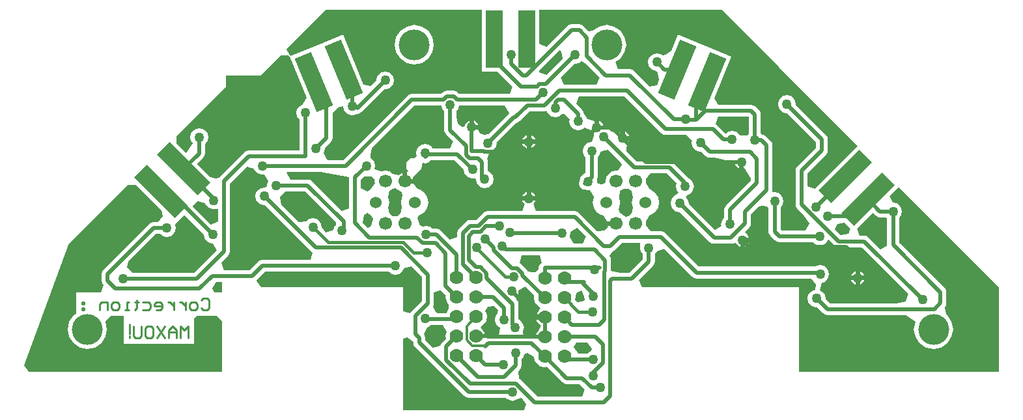
<source format=gbl>
%FSLAX24Y24*%
%MOIN*%
G70*
G01*
G75*
G04 Layer_Physical_Order=2*
G04 Layer_Color=16711680*
%ADD10R,0.0400X0.0500*%
G04:AMPARAMS|DCode=11|XSize=90.6mil|YSize=295.3mil|CornerRadius=0mil|HoleSize=0mil|Usage=FLASHONLY|Rotation=337.500|XOffset=0mil|YOffset=0mil|HoleType=Round|Shape=Rectangle|*
%AMROTATEDRECTD11*
4,1,4,-0.0983,-0.1191,0.0147,0.1537,0.0983,0.1191,-0.0147,-0.1537,-0.0983,-0.1191,0.0*
%
%ADD11ROTATEDRECTD11*%

%ADD12R,0.0354X0.0315*%
%ADD13R,0.0315X0.0354*%
%ADD14R,0.0500X0.0400*%
%ADD15R,0.0906X0.2953*%
G04:AMPARAMS|DCode=16|XSize=90.6mil|YSize=295.3mil|CornerRadius=0mil|HoleSize=0mil|Usage=FLASHONLY|Rotation=22.500|XOffset=0mil|YOffset=0mil|HoleType=Round|Shape=Rectangle|*
%AMROTATEDRECTD16*
4,1,4,0.0147,-0.1537,-0.0983,0.1191,-0.0147,0.1537,0.0983,-0.1191,0.0147,-0.1537,0.0*
%
%ADD16ROTATEDRECTD16*%

%ADD17R,0.0591X0.0354*%
G04:AMPARAMS|DCode=18|XSize=90.6mil|YSize=295.3mil|CornerRadius=0mil|HoleSize=0mil|Usage=FLASHONLY|Rotation=315.000|XOffset=0mil|YOffset=0mil|HoleType=Round|Shape=Rectangle|*
%AMROTATEDRECTD18*
4,1,4,-0.1364,-0.0724,0.0724,0.1364,0.1364,0.0724,-0.0724,-0.1364,-0.1364,-0.0724,0.0*
%
%ADD18ROTATEDRECTD18*%

G04:AMPARAMS|DCode=19|XSize=90.6mil|YSize=295.3mil|CornerRadius=0mil|HoleSize=0mil|Usage=FLASHONLY|Rotation=45.000|XOffset=0mil|YOffset=0mil|HoleType=Round|Shape=Rectangle|*
%AMROTATEDRECTD19*
4,1,4,0.0724,-0.1364,-0.1364,0.0724,-0.0724,0.1364,0.1364,-0.0724,0.0724,-0.1364,0.0*
%
%ADD19ROTATEDRECTD19*%

%ADD20R,0.0800X0.0800*%
%ADD21C,0.0197*%
%ADD22C,0.0157*%
%ADD23C,0.0315*%
%ADD24C,0.0100*%
%ADD25C,0.1575*%
%ADD26C,0.0700*%
%ADD27C,0.0600*%
%ADD28C,0.0669*%
%ADD29C,0.0500*%
%ADD30C,0.0120*%
G36*
X18702Y15647D02*
X18801Y15581D01*
X18917Y15558D01*
X19249D01*
X19262Y15538D01*
X19282Y15524D01*
Y14154D01*
X19282Y14154D01*
X19282D01*
X19290Y14114D01*
X18943Y13928D01*
X18316Y14555D01*
X18218Y14621D01*
X18101Y14644D01*
X17881D01*
X17730Y15008D01*
X18536Y15813D01*
X18702Y15647D01*
D02*
G37*
G36*
X3855Y14593D02*
X3705Y14229D01*
X3220D01*
X3034Y14577D01*
X3050Y14600D01*
X3085Y14776D01*
X3071Y14845D01*
X3418Y15030D01*
X3855Y14593D01*
D02*
G37*
G36*
X1602Y13244D02*
X1541Y13203D01*
X1475Y13105D01*
X1452Y12988D01*
Y12911D01*
X1359Y12849D01*
X1304Y12766D01*
X1122Y12748D01*
X886Y12795D01*
X879Y12829D01*
X813Y12928D01*
X562Y13179D01*
X464Y13244D01*
X579Y13621D01*
X1488D01*
X1602Y13244D01*
D02*
G37*
G36*
X-4529Y12520D02*
Y11291D01*
X-5089Y10731D01*
X-5135Y10662D01*
X-5512Y10776D01*
Y12008D01*
X-12777D01*
X-12950Y12267D01*
X-12993Y12372D01*
X-12579Y12786D01*
X-6220D01*
X-6206Y12766D01*
X-6057Y12667D01*
X-5882Y12632D01*
X-5706Y12667D01*
X-5557Y12766D01*
X-5458Y12915D01*
X-5451Y12951D01*
X-5074Y13065D01*
X-4529Y12520D01*
D02*
G37*
G36*
X6621Y14255D02*
X6624Y14008D01*
X6624Y14008D01*
X6624D01*
D01*
D01*
D01*
X6659Y13832D01*
X6758Y13683D01*
X6778Y13670D01*
Y13433D01*
X6083Y12737D01*
X5613D01*
X5152Y12829D01*
Y13373D01*
X5129Y13489D01*
X5063Y13588D01*
X5213Y13812D01*
X5213D01*
X5213Y13812D01*
X5312Y13878D01*
X5688Y14255D01*
X6621D01*
Y14255D01*
D02*
G37*
G36*
X17401Y15008D02*
X17292Y14744D01*
X16905Y14667D01*
X16611Y14962D01*
X16720Y15226D01*
X17106Y15303D01*
X17401Y15008D01*
D02*
G37*
G36*
X-15690Y14705D02*
X-15695Y14681D01*
X-15660Y14506D01*
X-15561Y14357D01*
X-15412Y14257D01*
X-15236Y14222D01*
X-15236Y14222D01*
X-15236Y14222D01*
X-15217Y14226D01*
X-15032Y13879D01*
X-16181Y12729D01*
X-19369D01*
X-19618Y13034D01*
X-19564Y13309D01*
X-18150Y14723D01*
X-17921D01*
X-17907Y14703D01*
X-17758Y14604D01*
X-17583Y14569D01*
X-17407Y14604D01*
X-17258Y14703D01*
X-17159Y14852D01*
X-17124Y15028D01*
X-17159Y15203D01*
X-17178Y15232D01*
X-17172Y15237D01*
X-17172Y15237D01*
X-17172Y15237D01*
X-16697Y15712D01*
X-15690Y14705D01*
D02*
G37*
G36*
X-8277Y17614D02*
Y16032D01*
X-8640Y15882D01*
X-10179Y17420D01*
X-10277Y17486D01*
X-10394Y17509D01*
X-11279D01*
X-11465Y17856D01*
X-11433Y17904D01*
X-9736D01*
X-8277Y17614D01*
D02*
G37*
G36*
X-15629Y16288D02*
X-15625Y16265D01*
X-15525Y16117D01*
X-15376Y16017D01*
X-15201Y15982D01*
D01*
D01*
D01*
X-15201Y15982D01*
X-15201Y15982D01*
X-14970Y15987D01*
Y15359D01*
X-15333Y15209D01*
X-16267Y16142D01*
X-16249Y16160D01*
X-16249Y16160D01*
X-16249D01*
X-16006Y16403D01*
X-15629Y16288D01*
D02*
G37*
G36*
X-8936Y15316D02*
X-8946Y15206D01*
X-9046Y15057D01*
X-9072Y14926D01*
X-9449Y14811D01*
X-9647Y15067D01*
X-9682Y15243D01*
X-9782Y15391D01*
X-9931Y15491D01*
X-10106Y15526D01*
X-10282Y15491D01*
X-10431Y15391D01*
X-10449Y15365D01*
X-10840Y15326D01*
X-11717Y16203D01*
X-11796Y16596D01*
X-11546Y16900D01*
X-10520D01*
X-8936Y15316D01*
D02*
G37*
G36*
X-7176Y15687D02*
X-7150Y15681D01*
X-7032Y15505D01*
X-7128Y15124D01*
X-7291Y15036D01*
X-7555Y15300D01*
X-7497Y15690D01*
X-7321Y15784D01*
X-7176Y15687D01*
D02*
G37*
G36*
X25000Y12008D02*
Y7677D01*
X14764D01*
Y12008D01*
X6728D01*
X6578Y12372D01*
X7298Y13092D01*
X7364Y13191D01*
X7387Y13307D01*
X7387Y13307D01*
X7387Y13307D01*
Y13307D01*
Y13670D01*
X7407Y13683D01*
X7507Y13832D01*
X7507Y13835D01*
X7884Y13950D01*
X9305Y12529D01*
X9305D01*
X9305Y12529D01*
X9305Y12529D01*
Y12529D01*
X9403Y12463D01*
X9520Y12440D01*
X15403D01*
X15652Y12135D01*
X15598Y11862D01*
X15494Y11841D01*
X15345Y11742D01*
X15245Y11593D01*
X15210Y11417D01*
X15245Y11242D01*
X15345Y11093D01*
X15494Y10993D01*
X15669Y10959D01*
X15693Y10963D01*
X16005Y10651D01*
X16104Y10585D01*
X16220Y10562D01*
X20223D01*
X20723Y10228D01*
X20647Y9843D01*
X20723Y9457D01*
X20942Y9131D01*
X21268Y8912D01*
X21654Y8836D01*
X22039Y8912D01*
X22365Y9131D01*
X22584Y9457D01*
X22660Y9843D01*
X22584Y10228D01*
X22365Y10554D01*
X22308Y10593D01*
X22232Y10979D01*
X22289Y11065D01*
X22312Y11181D01*
Y11732D01*
D01*
Y11732D01*
X22312D01*
D01*
Y11732D01*
X22312D01*
Y11732D01*
D01*
D01*
D01*
D01*
D01*
X22312Y11732D01*
X22289Y11849D01*
X22267Y11882D01*
X22267Y11882D01*
X22223Y11947D01*
X22223Y11947D01*
X19891Y14280D01*
Y15524D01*
X19911Y15538D01*
X20011Y15687D01*
X20045Y15862D01*
X20011Y16038D01*
X19911Y16187D01*
X19762Y16286D01*
X19587Y16321D01*
X19574Y16318D01*
X19388Y16666D01*
X19865Y17143D01*
X25000Y12008D01*
D02*
G37*
G36*
X4171Y8832D02*
X4138Y8724D01*
X4076Y8711D01*
X3928Y8612D01*
X3914Y8592D01*
X3455D01*
X3253Y8929D01*
X3370Y9148D01*
X3937D01*
X4171Y8832D01*
D02*
G37*
G36*
X-3274Y9703D02*
X-3317Y9488D01*
X-3295Y9379D01*
X-3499Y9175D01*
X-3565Y9076D01*
X-3582Y8995D01*
X-3958Y8881D01*
X-4365Y9288D01*
Y9406D01*
X-4388Y9522D01*
X-4429Y9582D01*
X-4278Y9946D01*
X-4198Y9962D01*
X-4067Y10050D01*
X-3460D01*
X-3274Y9703D01*
D02*
G37*
G36*
X-17851Y15916D02*
X-17795Y15636D01*
X-18045Y15332D01*
X-18276D01*
X-18392Y15309D01*
X-18491Y15243D01*
X-20845Y12888D01*
X-20911Y12790D01*
X-20934Y12673D01*
Y12327D01*
X-20934Y12327D01*
X-20934D01*
X-20911Y12210D01*
X-20845Y12112D01*
X-20824Y12090D01*
X-20974Y11727D01*
X-22231D01*
Y10644D01*
X-22365Y10554D01*
X-22584Y10228D01*
X-22660Y9843D01*
X-22584Y9457D01*
X-22365Y9131D01*
X-22039Y8912D01*
X-21654Y8836D01*
X-21268Y8912D01*
X-20942Y9131D01*
X-20723Y9457D01*
X-20647Y9843D01*
X-20722Y10222D01*
X-20473Y10527D01*
X-19795D01*
Y10527D01*
Y10409D01*
X-19795Y10248D01*
X-19795Y10248D01*
X-19795Y10248D01*
Y9109D01*
X-16196D01*
Y10248D01*
X-16196Y10248D01*
X-16196Y10248D01*
X-16196Y10409D01*
X-16079Y10527D01*
X-15133D01*
Y10527D01*
X-15042D01*
X-14764Y10248D01*
Y7677D01*
X-24657D01*
X-24883Y8000D01*
X-22638Y14173D01*
Y14173D01*
X-21260Y15551D01*
X-19570Y17241D01*
X-19176D01*
X-17851Y15916D01*
D02*
G37*
G36*
X-4974Y9182D02*
Y9162D01*
X-4950Y9045D01*
X-4884Y8947D01*
X-2360Y6423D01*
X-2262Y6357D01*
X-2145Y6334D01*
X-236D01*
X-222Y6313D01*
X-73Y6214D01*
X102Y6179D01*
X278Y6214D01*
X427Y6313D01*
X584Y6329D01*
X819Y6013D01*
X693Y5709D01*
X-5512D01*
Y9349D01*
X-5290Y9417D01*
X-4974Y9182D01*
D02*
G37*
G36*
X1202Y8420D02*
X1238Y8238D01*
X1359Y8056D01*
X1541Y7935D01*
X1756Y7892D01*
X1865Y7914D01*
X2658Y7121D01*
X2756Y7055D01*
X2873Y7032D01*
X3548D01*
X3809Y6770D01*
X3659Y6407D01*
X1370D01*
X495Y7281D01*
X449Y7312D01*
X410Y7704D01*
X475Y7769D01*
X541Y7868D01*
X564Y7984D01*
Y8276D01*
X584Y8290D01*
X684Y8439D01*
X711Y8576D01*
X864Y8623D01*
X1202Y8420D01*
D02*
G37*
G36*
X1217Y11562D02*
X1195Y11453D01*
X1238Y11238D01*
X1359Y11056D01*
X1541Y10935D01*
X1541Y10935D01*
X1431Y10777D01*
X1431Y10777D01*
X1431D01*
X1332Y10628D01*
X1321Y10573D01*
X1756D01*
Y10333D01*
X1321D01*
X1332Y10277D01*
X1431Y10128D01*
X1580Y10029D01*
X1580Y10029D01*
X1431Y9777D01*
X1431Y9777D01*
X1431D01*
X1332Y9628D01*
X1331Y9625D01*
X1191Y9415D01*
X1075Y9438D01*
X669D01*
X652Y9761D01*
X652D01*
X652Y9761D01*
Y9761D01*
Y9761D01*
X652Y9761D01*
X687Y9937D01*
X652Y10113D01*
X553Y10261D01*
X418Y10351D01*
Y11130D01*
X395Y11247D01*
X329Y11345D01*
X296Y11379D01*
X311Y11539D01*
X389Y11655D01*
X416Y11791D01*
X406Y11839D01*
X754Y12025D01*
X1217Y11562D01*
D02*
G37*
G36*
X3625Y11835D02*
X3781Y11543D01*
D01*
X3816Y11368D01*
X3819Y11364D01*
X3775Y11282D01*
X3447Y11234D01*
X3307Y11317D01*
X3363Y11695D01*
X3625Y11835D01*
Y11835D01*
D02*
G37*
G36*
X-14764Y12008D02*
X-14764D01*
X-14764Y11727D01*
X-15133D01*
Y11727D01*
X-15179D01*
X-15267Y11939D01*
X-15048Y12267D01*
X-14764D01*
Y12008D01*
D02*
G37*
G36*
X8508Y17329D02*
X8505Y17325D01*
X8470Y17150D01*
X8505Y16974D01*
X8605Y16825D01*
X8605Y16825D01*
X8486Y16723D01*
X8486D01*
X8486Y16723D01*
X8337Y16624D01*
X8238Y16475D01*
X8203Y16299D01*
X8238Y16124D01*
X8337Y15975D01*
X8486Y15875D01*
X8661Y15840D01*
X8685Y15845D01*
X10218Y14312D01*
X10317Y14246D01*
X10433Y14223D01*
X11260D01*
X11376Y14246D01*
X11376Y14246D01*
X11376Y14246D01*
X11552Y14261D01*
Y14261D01*
X11552Y14261D01*
X11630Y14145D01*
X11745Y14068D01*
X11762Y14065D01*
Y14398D01*
X11882D01*
Y14518D01*
X12215D01*
X12212Y14534D01*
X12134Y14650D01*
X12134D01*
D01*
Y14650D01*
D01*
X12134D01*
X11989Y14826D01*
X12223Y15060D01*
X12289Y15159D01*
X12312Y15276D01*
X12312Y15276D01*
X12312Y15276D01*
Y15276D01*
Y15740D01*
X12709Y16137D01*
X12868Y16169D01*
X13144Y16142D01*
X13195Y16065D01*
X13215Y16052D01*
Y14839D01*
X13215Y14839D01*
X13215D01*
X13239Y14722D01*
X13305Y14623D01*
X13541Y14387D01*
X13639Y14321D01*
X13756Y14298D01*
X15505D01*
X15518Y14278D01*
X15667Y14178D01*
X15843Y14144D01*
X16018Y14178D01*
X16167Y14278D01*
D01*
X16167Y14278D01*
X16167Y14278D01*
X16167Y14278D01*
X16167Y14278D01*
X16167D01*
X16167Y14278D01*
X16281Y14431D01*
X16587Y14125D01*
X16686Y14059D01*
X16802Y14036D01*
X17975D01*
X20360Y11650D01*
X20246Y11274D01*
X19727Y11170D01*
X16346D01*
X16123Y11394D01*
X16128Y11417D01*
X16093Y11593D01*
X15994Y11742D01*
X15849Y11839D01*
X15926Y12225D01*
X16030Y12245D01*
X16179Y12345D01*
X16278Y12494D01*
X16313Y12669D01*
X16278Y12845D01*
X16179Y12994D01*
X16030Y13093D01*
X15854Y13128D01*
X15679Y13093D01*
X15612Y13048D01*
X9646D01*
X7920Y14774D01*
X7821Y14840D01*
X7705Y14863D01*
X7184D01*
X7181Y14866D01*
X6933Y15168D01*
X6951Y15256D01*
X6931Y15354D01*
X7150Y15681D01*
X7176Y15687D01*
X7405Y15840D01*
X7557Y16069D01*
X7611Y16339D01*
X7557Y16609D01*
X7405Y16838D01*
X7176Y16991D01*
X7150Y16996D01*
X6931Y17323D01*
X6951Y17421D01*
X6929Y17528D01*
X7139Y17784D01*
X7212Y17832D01*
X8005D01*
X8508Y17329D01*
D02*
G37*
G36*
X-639Y10815D02*
X-639Y10815D01*
D01*
X-659Y10659D01*
X-759Y10510D01*
X-793Y10335D01*
X-759Y10159D01*
X-659Y10010D01*
X-525Y9920D01*
X-605Y9535D01*
X-1142Y9438D01*
X-1297Y9488D01*
X-1297Y9488D01*
X-1332Y9664D01*
X-1366Y9714D01*
X-1366Y9714D01*
X-1431Y9813D01*
X-1431Y9813D01*
X-1431D01*
X-1541Y9970D01*
Y9970D01*
X-1359Y10092D01*
X-1238Y10274D01*
X-1195Y10488D01*
X-1238Y10703D01*
X-1281Y10768D01*
X-1175Y10991D01*
X-861Y11037D01*
X-639Y10815D01*
D02*
G37*
G36*
X-3301Y11567D02*
X-3317Y11488D01*
X-3274Y11274D01*
X-3152Y11092D01*
Y10885D01*
X-3274Y10703D01*
X-3283Y10659D01*
X-3718D01*
X-3866Y10807D01*
X-3972Y11006D01*
X-3943Y11049D01*
X-3920Y11165D01*
X-3920Y11165D01*
X-3920Y11165D01*
Y11165D01*
Y11732D01*
X-3593Y11831D01*
X-3301Y11567D01*
D02*
G37*
G36*
X-1480Y23028D02*
X-655D01*
X118Y22255D01*
X-32Y21891D01*
X-2618D01*
X-2690Y21962D01*
X-2789Y22028D01*
X-2905Y22052D01*
X-3260D01*
X-3377Y22028D01*
X-3475Y21962D01*
X-3547Y21891D01*
X-5047D01*
X-5164Y21868D01*
X-5262Y21802D01*
X-8551Y18513D01*
X-9323D01*
X-9396Y18527D01*
X-9573Y18860D01*
X-9529Y18927D01*
X-9494Y19102D01*
X-9499Y19126D01*
X-9202Y19423D01*
X-9136Y19521D01*
X-9113Y19638D01*
X-9113Y19638D01*
X-9113Y19638D01*
Y19638D01*
Y20587D01*
Y20913D01*
X-8818Y21207D01*
D01*
X-8561Y21256D01*
X-8526Y21080D01*
X-8427Y20931D01*
X-8278Y20832D01*
X-8102Y20797D01*
X-7927Y20832D01*
X-7867Y20872D01*
X-7831Y20865D01*
X-7714Y20888D01*
X-7616Y20954D01*
X-6437Y22133D01*
X-6413Y22128D01*
X-6238Y22163D01*
X-6089Y22262D01*
X-5989Y22411D01*
X-5955Y22587D01*
X-5989Y22762D01*
X-6089Y22911D01*
X-6238Y23010D01*
X-6413Y23045D01*
X-6589Y23010D01*
X-6738Y22911D01*
X-6837Y22762D01*
X-6872Y22587D01*
X-6872Y22585D01*
X-7150Y22307D01*
X-7514Y22379D01*
X-8574Y24938D01*
X-9780Y24438D01*
X-9780D01*
X-9780Y24438D01*
X-10102Y24305D01*
X-10102Y24305D01*
X-11258Y23826D01*
X-11477Y24153D01*
X-9449Y26181D01*
X-1480D01*
Y23028D01*
D02*
G37*
G36*
X13780Y23228D02*
X17773Y19235D01*
X15566Y17028D01*
X15202Y17179D01*
Y17831D01*
X16164Y18793D01*
X16164Y18793D01*
X16164Y18793D01*
X16230Y18891D01*
X16253Y19008D01*
Y19563D01*
X16230Y19679D01*
X16164Y19778D01*
X14604Y21338D01*
X14608Y21362D01*
X14574Y21538D01*
X14474Y21687D01*
X14325Y21786D01*
X14150Y21821D01*
X13974Y21786D01*
X13825Y21687D01*
X13726Y21538D01*
X13691Y21362D01*
X13726Y21187D01*
X13825Y21038D01*
X13974Y20938D01*
X14150Y20903D01*
X14173Y20908D01*
X15645Y19437D01*
Y19134D01*
X14682Y18172D01*
X14617Y18073D01*
X14593Y17957D01*
X14593Y17957D01*
X14593D01*
X14593Y17957D01*
X14593D01*
Y16245D01*
X14617Y16128D01*
X14682Y16029D01*
X14981Y15731D01*
X15300Y15254D01*
X15114Y14907D01*
X13882D01*
X13824Y14965D01*
Y16052D01*
X13844Y16065D01*
X13944Y16214D01*
X13979Y16390D01*
X13944Y16565D01*
X13844Y16714D01*
X13695Y16814D01*
X13520Y16849D01*
X13520Y16849D01*
X13520Y16849D01*
X13391Y16852D01*
D01*
X13415Y16968D01*
Y19252D01*
X13391Y19368D01*
X13325Y19467D01*
X13046Y19747D01*
X12947Y19813D01*
X12853Y19831D01*
X12836Y19856D01*
X12816Y19869D01*
Y20839D01*
D01*
Y20839D01*
X12816D01*
D01*
Y20839D01*
X12816D01*
Y20839D01*
D01*
D01*
D01*
D01*
D01*
X12816Y20839D01*
X12793Y20955D01*
X12771Y20988D01*
X12771Y20988D01*
X12727Y21054D01*
X12727Y21054D01*
X12534Y21247D01*
D01*
X12534Y21247D01*
Y21247D01*
X12534Y21247D01*
X12534Y21247D01*
D01*
X12435Y21313D01*
X12319Y21336D01*
X10639D01*
X10420Y21663D01*
X11308Y23805D01*
X10102Y24305D01*
D01*
X9780Y24438D01*
Y24438D01*
X9780Y24438D01*
X8574Y24938D01*
X8229Y24105D01*
X7921Y23899D01*
X7799Y23862D01*
X7683Y23940D01*
X7508Y23975D01*
X7332Y23940D01*
X7183Y23840D01*
X7084Y23691D01*
X7049Y23516D01*
X7084Y23340D01*
X7183Y23191D01*
X7332Y23092D01*
X7469Y23065D01*
X7529Y22952D01*
X7601Y22589D01*
X7500Y22346D01*
X7114Y22269D01*
X6321Y23062D01*
X6223Y23128D01*
X6106Y23151D01*
X5493D01*
X5379Y23527D01*
X5633Y23698D01*
X5851Y24024D01*
X5928Y24409D01*
X5851Y24795D01*
X5633Y25121D01*
X5307Y25340D01*
X4921Y25416D01*
X4536Y25340D01*
X4209Y25121D01*
D01*
D01*
D01*
X4209Y25121D01*
Y25121D01*
X4006Y25106D01*
X3735Y25377D01*
X3636Y25443D01*
X3520Y25466D01*
X3122D01*
X3006Y25443D01*
X2907Y25377D01*
X1843Y24313D01*
X1480Y24464D01*
Y26181D01*
X10827D01*
X13780Y23228D01*
D02*
G37*
G36*
X5602Y18432D02*
X5705Y18278D01*
X5487Y17950D01*
X5406Y17966D01*
X5197Y17925D01*
X5020Y17807D01*
X4902Y17630D01*
X4860Y17421D01*
X4874Y17352D01*
X4704Y17261D01*
X4625Y17254D01*
X4425Y17337D01*
X4439Y17409D01*
X4422Y17496D01*
X4439Y17521D01*
X4462Y17638D01*
Y18619D01*
X4482Y18632D01*
X4581Y18781D01*
X4611Y18932D01*
X4840Y19001D01*
X5001Y19033D01*
X5602Y18432D01*
D02*
G37*
G36*
X7734Y19875D02*
X7832Y19809D01*
X7949Y19786D01*
X8988D01*
X9115Y19701D01*
X9295Y19482D01*
X9277Y19394D01*
X9312Y19218D01*
X9412Y19069D01*
X9561Y18970D01*
X9736Y18935D01*
X9760Y18940D01*
X9990Y18710D01*
X10088Y18644D01*
X10205Y18621D01*
X10423D01*
X11466Y18413D01*
X11493Y18277D01*
X11571Y18161D01*
X11686Y18084D01*
X11703Y18080D01*
Y18413D01*
X11943D01*
Y18080D01*
X11959Y18084D01*
X12306Y17565D01*
Y17453D01*
X11029Y16176D01*
X10963Y16077D01*
X10940Y15961D01*
Y15574D01*
X10920Y15561D01*
X10820Y15412D01*
X10785Y15236D01*
X10810Y15114D01*
X10462Y14929D01*
X9115Y16275D01*
X9120Y16299D01*
X9085Y16475D01*
X8986Y16624D01*
X9105Y16726D01*
X9105D01*
X9105Y16726D01*
X9254Y16825D01*
X9353Y16974D01*
X9388Y17150D01*
X9353Y17325D01*
X9254Y17474D01*
X9141Y17550D01*
X9125Y17573D01*
X8346Y18352D01*
X8248Y18418D01*
X8131Y18441D01*
X6454D01*
X5940Y18955D01*
X5933Y18991D01*
X5969Y19356D01*
X5989Y19370D01*
X6066Y19485D01*
X6069Y19502D01*
X5736D01*
Y19622D01*
X5616D01*
Y19955D01*
X5600Y19952D01*
X5513Y19894D01*
X5127Y19971D01*
X5096Y20017D01*
X4947Y20117D01*
X4772Y20152D01*
X4774Y20177D01*
D01*
X4774Y20177D01*
X4774D01*
X4747Y20314D01*
X4670Y20429D01*
X4554Y20507D01*
X4537Y20510D01*
Y20177D01*
X4297D01*
Y20510D01*
X4281Y20507D01*
X4263Y20495D01*
X3899Y20646D01*
X3892Y20680D01*
X3793Y20828D01*
X3773Y20842D01*
Y20862D01*
X3750Y20979D01*
X3684Y21077D01*
X3362Y21399D01*
X3513Y21763D01*
X5846D01*
X7734Y19875D01*
D02*
G37*
G36*
X-3507Y21143D02*
X-3407Y20994D01*
X-3387Y20981D01*
Y20043D01*
X-3387Y20043D01*
X-3387D01*
X-3364Y19927D01*
X-3298Y19828D01*
X-2937Y19467D01*
X-3088Y19103D01*
X-3986D01*
X-4042Y19187D01*
X-4191Y19286D01*
X-4366Y19321D01*
X-4542Y19286D01*
X-4691Y19187D01*
X-4790Y19038D01*
X-4825Y18862D01*
X-4790Y18687D01*
X-4790Y18687D01*
X-4941Y18613D01*
X-4941Y18613D01*
Y18613D01*
X-5096Y18582D01*
X-5227Y18495D01*
X-5315Y18364D01*
X-5346Y18209D01*
X-5315Y18054D01*
X-5315Y18054D01*
X-5227Y17923D01*
X-5286Y17904D01*
Y17541D01*
X-4986D01*
X-4996Y17591D01*
Y17591D01*
X-4996D01*
X-4786Y17835D01*
X-4786D01*
X-4786Y17835D01*
X-4655Y17923D01*
X-4567Y18054D01*
X-4536Y18209D01*
X-4536Y18209D01*
X-4536Y18209D01*
X-4484Y18365D01*
X-4466Y18365D01*
X-4366Y18345D01*
X-4250Y18369D01*
X-4250D01*
X-4240Y18375D01*
X-4240D01*
Y18375D01*
X-4151Y18434D01*
X-4090Y18495D01*
X-2847D01*
X-2391Y18040D01*
X-2396Y18016D01*
X-2361Y17840D01*
X-2261Y17691D01*
X-2113Y17592D01*
X-1937Y17557D01*
X-1838Y17577D01*
X-1778Y17516D01*
X-1743Y17340D01*
X-1643Y17191D01*
X-1494Y17092D01*
X-1319Y17057D01*
X-1143Y17092D01*
X-994Y17191D01*
X-895Y17340D01*
X-860Y17516D01*
X-895Y17691D01*
X-994Y17840D01*
X-1143Y17940D01*
X-1147Y17940D01*
Y18412D01*
X-1170Y18528D01*
X-1201Y18575D01*
X-1051Y18939D01*
X-994Y18950D01*
X-845Y19050D01*
X-745Y19198D01*
X-710Y19374D01*
X-715Y19398D01*
X288Y20401D01*
X361Y20416D01*
X459Y20482D01*
X983Y21005D01*
X1730D01*
X1846Y21028D01*
Y21028D01*
X1864Y20978D01*
Y20978D01*
X1963Y20829D01*
X2112Y20730D01*
X2287Y20695D01*
X2463Y20730D01*
X2612Y20829D01*
X2623Y20847D01*
X2758Y20860D01*
X3022Y20568D01*
X3010Y20504D01*
X3045Y20328D01*
X3144Y20180D01*
X3293Y20080D01*
X3469Y20045D01*
X3644Y20080D01*
X3793Y20180D01*
X3793D01*
X3793Y20180D01*
X4088Y20041D01*
X4165Y19925D01*
X4267Y19857D01*
X4261Y19751D01*
X4215Y19519D01*
X4157Y19416D01*
D01*
Y19416D01*
D01*
D01*
X3982Y19381D01*
X3833Y19281D01*
X3734Y19132D01*
X3699Y18957D01*
X3734Y18781D01*
X3833Y18632D01*
X3853Y18619D01*
Y17843D01*
X3805Y17833D01*
X3656Y17734D01*
X3556Y17585D01*
X3521Y17409D01*
X3524Y17395D01*
X3523Y17390D01*
X3510Y17326D01*
Y17326D01*
Y17326D01*
X3510D01*
X3510D01*
X3503Y17287D01*
X3503Y17287D01*
X3526Y17171D01*
X3592Y17072D01*
X3691Y17006D01*
X3691Y17006D01*
X3729Y16999D01*
D01*
D01*
X3729Y16999D01*
Y16999D01*
X3729Y16999D01*
Y16999D01*
D01*
D01*
X3807Y16983D01*
X3812Y16984D01*
X3980Y16951D01*
X4054Y16965D01*
X4273Y16638D01*
X4254Y16609D01*
X4200Y16339D01*
X4254Y16069D01*
X4407Y15840D01*
X4635Y15687D01*
X4759Y15662D01*
X4950Y15376D01*
X5406D01*
Y15136D01*
X4986D01*
X4996Y15086D01*
Y15086D01*
X4827Y14890D01*
X4434Y14875D01*
X3507Y15802D01*
X3409Y15868D01*
X3292Y15891D01*
X1292D01*
X1178Y16268D01*
X1201Y16283D01*
X1279Y16399D01*
X1282Y16415D01*
X616D01*
X619Y16399D01*
X696Y16283D01*
X720Y16268D01*
X605Y15891D01*
X-1178D01*
X-1294Y15868D01*
X-1393Y15802D01*
X-1771Y15423D01*
X-1943D01*
X-2014Y15437D01*
X-2060D01*
X-2176Y15414D01*
X-2275Y15348D01*
X-2640Y14983D01*
X-2706Y14884D01*
X-2729Y14768D01*
X-2729Y14768D01*
X-2729D01*
X-2729Y14768D01*
X-2729D01*
Y14580D01*
X-3093Y14429D01*
X-3566Y14902D01*
X-3665Y14968D01*
X-3781Y14991D01*
X-3979D01*
X-3993Y15011D01*
X-4141Y15111D01*
X-4317Y15146D01*
X-4493Y15111D01*
X-4497Y15108D01*
X-4639Y15167D01*
X-4753Y15543D01*
X-4661Y15681D01*
X-4635Y15687D01*
X-4407Y15840D01*
X-4254Y16069D01*
X-4200Y16339D01*
X-4254Y16609D01*
X-4407Y16838D01*
X-4635Y16991D01*
X-4759Y17015D01*
X-4950Y17301D01*
X-5406D01*
Y17421D01*
X-5526D01*
Y17841D01*
X-5575Y17831D01*
X-5719Y17735D01*
D01*
Y17735D01*
Y17735D01*
X-5719D01*
D01*
D01*
X-6020Y17807D01*
X-6020Y17807D01*
Y17807D01*
X-6197Y17925D01*
X-6406Y17966D01*
X-6614Y17925D01*
X-6950Y18037D01*
X-6950Y18037D01*
X-6915Y18213D01*
X-6950Y18388D01*
X-7050Y18537D01*
X-7161Y18612D01*
X-7175Y18753D01*
X-7107Y19097D01*
X-4921Y21282D01*
X-3534D01*
X-3507Y21143D01*
D02*
G37*
G36*
X12208Y20713D02*
Y19869D01*
X12187Y19856D01*
X12131Y19772D01*
X11738D01*
X11671Y19872D01*
X11522Y19971D01*
X11346Y20006D01*
X11171Y19971D01*
X11022Y19872D01*
X11009Y19870D01*
X10573Y20306D01*
X10506Y20350D01*
X10621Y20727D01*
X12193D01*
X12208Y20713D01*
D02*
G37*
G36*
X-62Y20912D02*
X-1146Y19828D01*
X-1169Y19833D01*
X-1345Y19798D01*
X-1570Y19860D01*
X-1658Y20048D01*
X-1655Y20065D01*
X-1988D01*
Y20185D01*
X-2108D01*
Y20518D01*
X-2125Y20515D01*
X-2241Y20437D01*
X-2318Y20322D01*
X-2338Y20220D01*
X-2462Y20182D01*
X-2708Y20365D01*
X-2778Y20717D01*
Y20981D01*
X-2758Y20994D01*
X-2659Y21143D01*
X-2631Y21282D01*
X-309D01*
X-62Y20912D01*
D02*
G37*
G36*
X2619Y24079D02*
X2676Y23689D01*
X1843Y22856D01*
X1480Y23007D01*
X1480Y23028D01*
X1480D01*
Y23089D01*
X2521Y24131D01*
X2619Y24079D01*
D02*
G37*
G36*
X-5572Y16851D02*
X-5531Y16648D01*
X-5557Y16609D01*
X-5611Y16339D01*
X-5557Y16069D01*
X-5557Y16069D01*
X-5557Y16069D01*
X-5614Y15760D01*
D01*
X-5614D01*
D01*
D01*
X-5614Y15760D01*
D01*
X-5791Y15641D01*
X-6020D01*
X-6197Y15760D01*
D01*
X-6197Y15760D01*
D01*
D01*
X-6197D01*
D01*
X-6254Y16069D01*
X-6254D01*
X-6254Y16069D01*
X-6200Y16339D01*
X-6254Y16609D01*
X-6254Y16609D01*
X-6254Y16609D01*
X-6197Y16918D01*
D01*
X-6197Y16918D01*
X-6197D01*
X-6020Y17036D01*
X-6020D01*
Y17036D01*
X-5903Y17064D01*
X-5572Y16851D01*
D02*
G37*
G36*
X6197Y16918D02*
X6197D01*
X6197Y16918D01*
D01*
X6254Y16609D01*
X6254D01*
X6254Y16609D01*
X6200Y16339D01*
X6254Y16069D01*
X6254Y16069D01*
X6254Y16069D01*
X6197Y15760D01*
D01*
X6197D01*
D01*
D01*
X6197Y15760D01*
D01*
X6020Y15641D01*
X6020D01*
Y15641D01*
X5903Y15613D01*
X5572Y15826D01*
X5531Y16029D01*
X5557Y16069D01*
X5611Y16339D01*
X5557Y16609D01*
X5557Y16609D01*
X5557Y16609D01*
X5614Y16918D01*
D01*
X5614Y16918D01*
X5614D01*
X5791Y17036D01*
X6020D01*
X6197Y16918D01*
D02*
G37*
G36*
X3865Y23429D02*
X4559Y22735D01*
X4409Y22371D01*
X2733D01*
X2583Y22735D01*
X3295Y23447D01*
X3319Y23443D01*
X3494Y23478D01*
X3643Y23577D01*
X3865Y23429D01*
D02*
G37*
G36*
X-11369Y23867D02*
X-11308Y23805D01*
X-11308D01*
X-11308Y23805D01*
X-10436Y21702D01*
X-10622Y21354D01*
X-10668Y21345D01*
X-10817Y21246D01*
X-10916Y21097D01*
X-10951Y20921D01*
X-10916Y20746D01*
X-10817Y20597D01*
X-10796Y20583D01*
Y18989D01*
X-13406D01*
X-13522Y18966D01*
X-13621Y18900D01*
X-14881Y17640D01*
X-14912Y17593D01*
X-15107Y17573D01*
X-15378Y17627D01*
X-16050Y18300D01*
X-15718Y18631D01*
X-15652Y18730D01*
X-15629Y18846D01*
X-15629Y18846D01*
X-15629Y18846D01*
Y18846D01*
Y19335D01*
X-15609Y19349D01*
X-15509Y19498D01*
X-15474Y19673D01*
X-15509Y19849D01*
X-15609Y19998D01*
X-15757Y20097D01*
X-15933Y20132D01*
X-16109Y20097D01*
X-16257Y19998D01*
X-16357Y19849D01*
X-16392Y19673D01*
X-16357Y19498D01*
X-16257Y19349D01*
X-16586Y18857D01*
X-16601Y18851D01*
X-17084Y19334D01*
Y19727D01*
X-14567Y22244D01*
Y22835D01*
X-12795D01*
X-12598Y23031D01*
X-11763Y23867D01*
X-11369D01*
D02*
G37*
G36*
X-6933Y17508D02*
X-6951Y17421D01*
X-6931Y17323D01*
X-7150Y16996D01*
X-7176Y16991D01*
X-7321Y16893D01*
X-7668Y17079D01*
Y17488D01*
X-7488Y17668D01*
X-7094D01*
X-7101Y17675D01*
X-6933Y17508D01*
D02*
G37*
G36*
X-13120Y18049D02*
X-13117Y18033D01*
X-13017Y17884D01*
X-12868Y17785D01*
X-12693Y17750D01*
X-12611Y17766D01*
X-12393Y17439D01*
X-12432Y17380D01*
X-12467Y17205D01*
X-12566Y17106D01*
X-12598Y17112D01*
X-12774Y17077D01*
X-12923Y16978D01*
X-13022Y16829D01*
X-13057Y16654D01*
X-13022Y16478D01*
X-12923Y16329D01*
X-12774Y16230D01*
X-12598Y16195D01*
X-12575Y16199D01*
X-10192Y13816D01*
X-10192D01*
X-10192Y13816D01*
X-10192D01*
X-10192Y13816D01*
Y13816D01*
X-10192Y13816D01*
Y13816D01*
X-10125Y13772D01*
X-10239Y13395D01*
X-12705D01*
X-12821Y13372D01*
X-12920Y13306D01*
X-13350Y12875D01*
X-14660D01*
X-14811Y13239D01*
X-14450Y13600D01*
X-14384Y13699D01*
X-14361Y13815D01*
X-14361Y13815D01*
X-14361Y13815D01*
Y13815D01*
Y17299D01*
X-13497Y18163D01*
X-13120Y18049D01*
D02*
G37*
%LPC*%
G36*
X1069Y19778D02*
Y19565D01*
X1282D01*
X1279Y19581D01*
X1201Y19697D01*
X1085Y19775D01*
X1069Y19778D01*
D02*
G37*
G36*
X5856Y19955D02*
Y19742D01*
X6069D01*
X6066Y19759D01*
X5989Y19874D01*
X5873Y19952D01*
X5856Y19955D01*
D02*
G37*
G36*
X-1868Y20518D02*
Y20305D01*
X-1655D01*
X-1658Y20322D01*
X-1736Y20437D01*
X-1852Y20515D01*
X-1868Y20518D01*
D02*
G37*
G36*
X-4921Y25416D02*
X-5307Y25340D01*
X-5633Y25121D01*
X-5851Y24795D01*
X-5928Y24409D01*
X-5851Y24024D01*
X-5633Y23698D01*
X-5307Y23479D01*
X-4921Y23403D01*
X-4536Y23479D01*
X-4209Y23698D01*
X-3991Y24024D01*
X-3915Y24409D01*
X-3991Y24795D01*
X-4209Y25121D01*
X-4536Y25340D01*
X-4921Y25416D01*
D02*
G37*
G36*
X829Y19325D02*
X616D01*
X619Y19308D01*
X696Y19193D01*
X812Y19115D01*
X829Y19112D01*
Y19325D01*
D02*
G37*
G36*
X1282D02*
X1069D01*
Y19112D01*
X1085Y19115D01*
X1201Y19193D01*
X1279Y19308D01*
X1282Y19325D01*
D02*
G37*
G36*
X12215Y14278D02*
X12002D01*
Y14065D01*
X12018Y14068D01*
X12134Y14145D01*
X12212Y14261D01*
X12215Y14278D01*
D02*
G37*
G36*
X829Y16868D02*
X812Y16865D01*
X696Y16788D01*
X619Y16672D01*
X616Y16655D01*
X829D01*
Y16868D01*
D02*
G37*
G36*
X1069D02*
Y16655D01*
X1282D01*
X1279Y16672D01*
X1201Y16788D01*
X1085Y16865D01*
X1069Y16868D01*
D02*
G37*
G36*
X17660Y12352D02*
X17447D01*
X17450Y12336D01*
X17527Y12220D01*
X17643Y12143D01*
X17660Y12139D01*
Y12352D01*
D02*
G37*
G36*
X829Y19778D02*
X812Y19775D01*
X696Y19697D01*
X619Y19581D01*
X616Y19565D01*
X829D01*
Y19778D01*
D02*
G37*
G36*
X18113Y12352D02*
X17900D01*
Y12139D01*
X17916Y12143D01*
X18032Y12220D01*
X18109Y12336D01*
X18113Y12352D01*
D02*
G37*
G36*
X17900Y12805D02*
Y12592D01*
X18113D01*
X18109Y12609D01*
X18032Y12725D01*
X17916Y12802D01*
X17900Y12805D01*
D02*
G37*
G36*
X17660D02*
X17643Y12802D01*
X17527Y12725D01*
X17450Y12609D01*
X17447Y12592D01*
X17660D01*
Y12805D01*
D02*
G37*
%LPD*%
G54D11*
X8535Y23139D02*
D03*
X10063Y22506D02*
D03*
G54D15*
X-827Y24705D02*
D03*
X827D02*
D03*
G54D16*
X-10063Y22506D02*
D03*
X-8535Y23139D02*
D03*
G54D18*
X17120Y17659D02*
D03*
X18289Y16490D02*
D03*
G54D19*
X-16726Y18053D02*
D03*
X-17896Y16884D02*
D03*
G54D21*
X-15921Y11929D02*
X-15280Y12571D01*
X-20232Y11929D02*
X-15921D01*
X-20630Y12327D02*
X-20232Y11929D01*
X8661Y16299D02*
X10433Y14528D01*
X11260D01*
X12008Y15276D01*
Y15866D01*
X13110Y16968D01*
Y19252D01*
X12831Y19532D02*
X13110Y19252D01*
X12512Y19532D02*
X12831D01*
X-8543Y14803D02*
Y15354D01*
X-9976Y14031D02*
X-5610D01*
X-12598Y16654D02*
X-9976Y14031D01*
X-10394Y17205D02*
X-8543Y15354D01*
X-12008Y17205D02*
X-10394D01*
X-1299Y8976D02*
X-1142Y9134D01*
X1075D01*
X1756Y8453D01*
X15669Y11417D02*
X16220Y10866D01*
X21693D01*
X22008Y11181D01*
Y11732D01*
X19587Y14154D02*
X22008Y11732D01*
X19587Y14154D02*
Y15862D01*
X15669Y11417D02*
X15787D01*
X5094Y6433D02*
Y12327D01*
X4764Y6102D02*
X5094Y6433D01*
X1244Y6102D02*
X4764D01*
X280Y7066D02*
X1244Y6102D01*
X4160Y6850D02*
X4606D01*
X3674Y7336D02*
X4160Y6850D01*
X2873Y7336D02*
X3674D01*
X1756Y8453D02*
X2873Y7336D01*
X-1347Y18946D02*
X-704D01*
X-1350Y18949D02*
X-1347Y18946D01*
X-1988Y18949D02*
X-1350D01*
X-1988D02*
Y20185D01*
X-12705Y13091D02*
X-5882D01*
X-13224Y12571D02*
X-12705Y13091D01*
X-15280Y12571D02*
X-13224D01*
X-4224Y11165D02*
Y12646D01*
X-4874Y10516D02*
X-4224Y11165D01*
X-4874Y9610D02*
Y10516D01*
Y9610D02*
X-4669Y9406D01*
X-1451Y17539D02*
Y18412D01*
X-1303Y14468D02*
X-865Y14031D01*
Y13913D02*
X84Y12964D01*
X347D01*
X-865Y13913D02*
Y14031D01*
X347Y12964D02*
X598Y12713D01*
Y12611D02*
Y12713D01*
Y12611D02*
X1756Y11453D01*
X-1772Y13017D02*
X-1537D01*
X-1227Y12707D01*
Y12472D02*
Y12707D01*
X-2145Y14611D02*
X-1914Y14842D01*
X-2145Y13389D02*
X-1772Y13017D01*
X-2145Y13389D02*
Y14611D01*
X-2425Y13157D02*
Y14768D01*
X-2756Y12488D02*
Y13661D01*
X-3781Y14687D02*
X-2756Y13661D01*
X-5610Y14031D02*
X-4224Y12646D01*
X-4782Y14546D02*
X-4494Y14259D01*
X-7231Y14546D02*
X-4782D01*
X-7972Y15287D02*
X-7231Y14546D01*
X-2425Y14768D02*
X-2060Y15133D01*
X-1645Y15119D02*
X-1178Y15587D01*
X-2060Y15133D02*
X-2014D01*
X-2000Y15119D01*
X-1255Y15118D02*
X-567D01*
X-1531Y14842D02*
X-1255Y15118D01*
X-1914Y14842D02*
X-1531D01*
X-2000Y15119D02*
X-1645D01*
X-1227Y12472D02*
X114Y11130D01*
X-1178Y15587D02*
X3292D01*
X-2425Y13157D02*
X-1756Y12488D01*
X-4669Y9162D02*
Y9406D01*
X-4374Y10386D02*
X-4291D01*
X-4260Y10354D01*
X-2756Y8488D02*
X-1657Y7390D01*
X-335D01*
X260Y7984D01*
X-75Y7066D02*
X280D01*
X-82Y7059D02*
X-75Y7066D01*
X-2145Y6638D02*
X102D01*
X-4669Y9162D02*
X-2145Y6638D01*
X-2079Y7059D02*
X-82D01*
X-3284Y8265D02*
X-2079Y7059D01*
X260Y7984D02*
Y8614D01*
X-1287Y8020D02*
X-362D01*
X-1756Y8488D02*
X-1287Y8020D01*
X-362D02*
X-362D01*
X-272Y7929D01*
X-3284Y8265D02*
Y8960D01*
X-2756Y9488D01*
X4331Y9453D02*
X4724Y9059D01*
Y8118D02*
Y9059D01*
X4248Y7642D02*
X4724Y8118D01*
X2921Y8287D02*
X4252D01*
X2756Y8453D02*
X2921Y8287D01*
X2756Y9453D02*
X4331D01*
X4248Y7449D02*
Y7642D01*
X-4494Y14259D02*
X-3845D01*
X-3327Y12059D02*
Y13740D01*
X-7972Y15287D02*
Y17614D01*
X-3327Y12059D02*
X-2756Y11488D01*
X-4260Y10354D02*
X-3039D01*
X-2906Y10488D01*
X-2756D01*
X4848Y12829D02*
Y13373D01*
X4295Y13925D02*
X4848Y13373D01*
X4803Y12784D02*
X4848Y12829D01*
X5094Y12327D02*
X5201Y12433D01*
X1756Y12988D02*
X4571D01*
X4240Y11543D02*
Y11650D01*
X3707Y12183D02*
X4240Y11650D01*
X3707Y12183D02*
X3776Y12252D01*
X2957D02*
X3776D01*
X2756Y12453D02*
X2957Y12252D01*
X-272Y13925D02*
X4295D01*
X-437Y14091D02*
X-272Y13925D01*
X114Y10051D02*
X161Y10004D01*
X114Y10051D02*
Y11130D01*
X-335Y10220D02*
Y10941D01*
X-1756Y9488D02*
X-1059D01*
X-1177Y9453D02*
X1756D01*
X-2886Y10358D02*
X-2756Y10488D01*
X-35Y14795D02*
X-16Y14776D01*
X2626D01*
X1756Y9453D02*
Y10453D01*
X59Y11791D02*
X1398Y10453D01*
X1756D01*
X-882Y11488D02*
X-335Y10941D01*
X-1756Y11488D02*
X-882D01*
X5201Y12433D02*
X6209D01*
X7083Y13307D01*
Y14008D01*
X7705Y14559D02*
X9520Y12744D01*
X5562Y14559D02*
X7705D01*
X5096Y14093D02*
X5562Y14559D01*
X9520Y12744D02*
X15854D01*
X1756Y12453D02*
Y12988D01*
X12217Y14063D02*
X17157D01*
X11244Y15961D02*
X12610Y17327D01*
X11244Y15236D02*
Y15961D01*
X4785Y14093D02*
X5096D01*
X3292Y15587D02*
X4785Y14093D01*
X-4317Y14687D02*
X-3781D01*
X-8091Y21429D02*
Y22694D01*
Y21429D02*
X-7831Y21169D01*
X-6413Y22587D01*
X-2720Y18799D02*
X-1937Y18016D01*
X-4217Y18799D02*
X-2720D01*
X-4366Y18650D02*
X-4217Y18799D01*
X949Y16654D02*
Y19445D01*
X807Y22846D02*
X3122Y25161D01*
X8354Y20598D02*
X8972D01*
X6106Y22846D02*
X8354Y20598D01*
X4878Y22846D02*
X6106D01*
X3902Y23823D02*
X4878Y22846D01*
X626D02*
X807D01*
X35Y23437D02*
X626Y22846D01*
X35Y23437D02*
Y23909D01*
X1798Y22381D02*
X3319Y23902D01*
X1480Y22381D02*
X1798D01*
X1367Y22268D02*
X1480Y22381D01*
X535Y22268D02*
X1367D01*
X-827Y23630D02*
X535Y22268D01*
X857Y21309D02*
X1730D01*
X244Y20697D02*
X857Y21309D01*
X154Y20697D02*
X244D01*
X-1169Y19374D02*
X154Y20697D01*
X-1648Y18609D02*
X-1451Y18412D01*
X-2103Y18609D02*
X-1648D01*
X-2265Y18771D02*
X-2103Y18609D01*
X-2265Y18771D02*
Y19226D01*
X-3083Y20043D02*
X-2265Y19226D01*
X-3083Y20043D02*
Y21319D01*
X1730Y21309D02*
X2487Y22067D01*
X2287Y21154D02*
Y21472D01*
X2425Y21610D01*
X2487Y22067D02*
X5972D01*
X1291Y21587D02*
X1646Y21941D01*
X-2745Y21587D02*
X1291D01*
X-2905Y21747D02*
X-2745Y21587D01*
X-3260Y21747D02*
X-2905D01*
X-3421Y21587D02*
X-3260Y21747D01*
X-5047Y21587D02*
X-3421D01*
X-8425Y18209D02*
X-5047Y21587D01*
X-12693Y18209D02*
X-8425D01*
X-827Y23630D02*
Y24705D01*
X4417Y20177D02*
X5181D01*
X3685Y19445D02*
X4417Y20177D01*
X949Y19445D02*
X3685D01*
X5181Y20177D02*
X5736Y19622D01*
X5972Y22067D02*
X7949Y20091D01*
X10358D01*
X10902Y19547D01*
X11346D01*
X12512Y19532D02*
Y20839D01*
X12319Y21031D02*
X12512Y20839D01*
X9965Y21031D02*
X12319D01*
X9500Y20567D02*
X9965Y21031D01*
X8972Y20598D02*
X9004Y20567D01*
X9500D01*
Y21943D02*
X10063Y22506D01*
X9500Y20567D02*
Y21943D01*
X12256Y18925D02*
X12610Y18571D01*
X10205Y18925D02*
X12256D01*
X9736Y19394D02*
X10205Y18925D01*
X12610Y17327D02*
Y18571D01*
X8131Y18137D02*
X8909Y17358D01*
X6328Y18137D02*
X8131D01*
X4772Y19693D02*
X6328Y18137D01*
X6945Y18413D02*
X11823D01*
X5736Y19622D02*
X6945Y18413D01*
X7508Y23516D02*
X7884Y23139D01*
X8535D01*
X14150Y21362D02*
X15949Y19563D01*
Y19008D02*
Y19563D01*
X14898Y17957D02*
X15949Y19008D01*
X14898Y16245D02*
Y17957D01*
Y16245D02*
X16802Y14340D01*
X18101D01*
X21091Y11350D01*
X11882Y14398D02*
X12217Y14063D01*
X17157D02*
X17780Y13441D01*
Y12472D02*
Y13441D01*
X-8535Y23139D02*
X-8091Y22694D01*
X-9417Y20587D02*
Y21861D01*
Y19638D02*
Y20587D01*
X-7972Y17614D02*
X-7374Y18213D01*
X-19831Y12425D02*
X-16055D01*
X-14665Y13815D01*
Y17425D01*
X-13406Y18685D01*
X-10492D01*
Y20921D01*
X-20630Y12673D02*
X-18276Y15028D01*
X-17583D01*
X17429Y15630D02*
X18289Y16490D01*
X16252Y15630D02*
X17429D01*
X13520Y16390D02*
Y16421D01*
Y14839D02*
Y16390D01*
Y14839D02*
X13756Y14602D01*
X15843D01*
X18917Y15862D02*
X19587D01*
X18289Y16490D02*
X18917Y15862D01*
X17120Y17585D02*
Y17659D01*
X15642Y16106D02*
X17120Y17585D01*
X-16726Y18053D02*
X-15201Y16528D01*
Y16441D02*
Y16528D01*
X-10063Y22506D02*
X-9417Y21861D01*
X-9953Y19102D02*
X-9417Y19638D01*
X3807Y17287D02*
X4157Y17638D01*
Y18957D01*
X-4366Y18650D02*
Y18862D01*
X-15933Y18846D02*
Y19673D01*
X-16726Y18053D02*
X-15933Y18846D01*
X-17439Y16884D02*
X-15236Y14681D01*
X-17896Y16884D02*
X-17439D01*
X-3845Y14259D02*
X-3327Y13740D01*
X-704Y18946D02*
X429Y20079D01*
X949Y19445D02*
Y19858D01*
X429Y20079D02*
X728D01*
X949Y19858D01*
X2425Y21610D02*
X2720D01*
X3469Y20862D01*
Y20504D02*
Y20862D01*
X3122Y25161D02*
X3520D01*
X3902Y24780D01*
Y23823D02*
Y24780D01*
X-20630Y12327D02*
Y12673D01*
X2756Y10453D02*
X3138Y10071D01*
X4547D01*
X4803Y10327D01*
Y12784D01*
G54D22*
X-9328Y14289D02*
X-5504D01*
X-10106Y15067D02*
X-9328Y14289D01*
X-276Y12535D02*
X169D01*
X-1577Y13837D02*
X-276Y12535D01*
X-4963Y13748D02*
X-4252D01*
X-5504Y14289D02*
X-4963Y13748D01*
X2756Y11453D02*
X3476Y10732D01*
X4201D01*
G54D24*
X-16496Y9409D02*
Y10009D01*
X-16696Y9809D01*
X-16896Y10009D01*
Y9409D01*
X-17096D02*
Y9809D01*
X-17296Y10009D01*
X-17496Y9809D01*
Y9409D01*
Y9709D01*
X-17096D01*
X-17696Y10009D02*
X-18096Y9409D01*
Y10009D02*
X-17696Y9409D01*
X-18595Y10009D02*
X-18395D01*
X-18295Y9909D01*
Y9509D01*
X-18395Y9409D01*
X-18595D01*
X-18695Y9509D01*
Y9909D01*
X-18595Y10009D01*
X-18895D02*
Y9509D01*
X-18995Y9409D01*
X-19195D01*
X-19295Y9509D01*
Y10009D01*
X-19495Y9609D02*
Y10109D01*
Y9509D02*
Y9409D01*
X-15833Y11327D02*
X-15733Y11427D01*
X-15533D01*
X-15433Y11327D01*
Y10927D01*
X-15533Y10827D01*
X-15733D01*
X-15833Y10927D01*
X-16133Y10827D02*
X-16333D01*
X-16433Y10927D01*
Y11127D01*
X-16333Y11227D01*
X-16133D01*
X-16033Y11127D01*
Y10927D01*
X-16133Y10827D01*
X-16633Y11227D02*
Y10827D01*
Y11027D01*
X-16733Y11127D01*
X-16833Y11227D01*
X-16933D01*
X-17232D02*
Y10827D01*
Y11027D01*
X-17332Y11127D01*
X-17432Y11227D01*
X-17532D01*
X-18132Y10827D02*
X-17932D01*
X-17832Y10927D01*
Y11127D01*
X-17932Y11227D01*
X-18132D01*
X-18232Y11127D01*
Y11027D01*
X-17832D01*
X-18832Y11227D02*
X-18532D01*
X-18432Y11127D01*
Y10927D01*
X-18532Y10827D01*
X-18832D01*
X-19132Y11327D02*
Y11227D01*
X-19032D01*
X-19232D01*
X-19132D01*
Y10927D01*
X-19232Y10827D01*
X-19532D02*
X-19732D01*
X-19632D01*
Y11227D01*
X-19532D01*
X-20132Y10827D02*
X-20331D01*
X-20431Y10927D01*
Y11127D01*
X-20331Y11227D01*
X-20132D01*
X-20032Y11127D01*
Y10927D01*
X-20132Y10827D01*
X-20631D02*
Y11227D01*
X-20931D01*
X-21031Y11127D01*
Y10827D01*
X-21831Y11227D02*
X-21931D01*
Y11127D01*
X-21831D01*
Y11227D01*
Y10927D02*
X-21931D01*
Y10827D01*
X-21831D01*
Y10927D01*
G54D25*
X21654Y9843D02*
D03*
X4921Y24409D02*
D03*
X-4921D02*
D03*
X-21654Y9843D02*
D03*
G54D26*
X1756Y8453D02*
D03*
X2756Y9453D02*
D03*
X1756D02*
D03*
X2756Y10453D02*
D03*
X1756D02*
D03*
X2756Y11453D02*
D03*
X1756D02*
D03*
X2756Y12453D02*
D03*
X1756D02*
D03*
X2756Y8453D02*
D03*
X-1756Y12488D02*
D03*
X-2756Y11488D02*
D03*
X-1756D02*
D03*
X-2756Y10488D02*
D03*
X-1756D02*
D03*
X-2756Y9488D02*
D03*
X-1756D02*
D03*
X-2756Y8488D02*
D03*
X-1756D02*
D03*
X-2756Y12488D02*
D03*
G54D27*
X-4906Y16339D02*
D03*
X-6906D02*
D03*
X4906D02*
D03*
X6906D02*
D03*
G54D28*
X-6406Y17421D02*
D03*
X-5406D02*
D03*
X-6406Y15256D02*
D03*
X-5406D02*
D03*
X6406D02*
D03*
X5406D02*
D03*
X6406Y17421D02*
D03*
X5406D02*
D03*
G54D29*
X8661Y16299D02*
D03*
X-8622Y14882D02*
D03*
X-10106Y15067D02*
D03*
X-12008Y17205D02*
D03*
X-12598Y16654D02*
D03*
X15669Y11417D02*
D03*
X4606Y6850D02*
D03*
X-5882Y13091D02*
D03*
X-1319Y17516D02*
D03*
X-1303Y14468D02*
D03*
X-1717Y14024D02*
D03*
X-4252Y13748D02*
D03*
X169Y12535D02*
D03*
X-4374Y10386D02*
D03*
X102Y6638D02*
D03*
X-362Y8020D02*
D03*
X4252Y8287D02*
D03*
X4248Y7449D02*
D03*
X4240Y11543D02*
D03*
X-437Y14091D02*
D03*
X260Y8614D02*
D03*
X228Y9937D02*
D03*
X-335Y10335D02*
D03*
X-567Y15118D02*
D03*
X-35Y14795D02*
D03*
X59Y11791D02*
D03*
X7083Y14008D02*
D03*
X4295Y12890D02*
D03*
X15854Y12669D02*
D03*
X-4317Y14687D02*
D03*
X-8102Y21256D02*
D03*
X949Y16535D02*
D03*
X2626Y14776D02*
D03*
X35Y23909D02*
D03*
X-1169Y19374D02*
D03*
X2287Y21154D02*
D03*
X3469Y20504D02*
D03*
X-1988Y20185D02*
D03*
X1657Y21953D02*
D03*
X-12693Y18209D02*
D03*
X-6413Y22587D02*
D03*
X3319Y23902D02*
D03*
X4417Y20177D02*
D03*
X949Y19445D02*
D03*
X-3083Y21319D02*
D03*
X11346Y19547D02*
D03*
X8972Y20598D02*
D03*
X12512Y19532D02*
D03*
X11244Y15236D02*
D03*
X9736Y19394D02*
D03*
X8929Y17150D02*
D03*
X4772Y19693D02*
D03*
X11823Y18413D02*
D03*
X5736Y19622D02*
D03*
X7508Y23516D02*
D03*
X14150Y21362D02*
D03*
X11882Y14398D02*
D03*
X17780Y12472D02*
D03*
X-7374Y18213D02*
D03*
X-17583Y15028D02*
D03*
X21091Y11350D02*
D03*
X16252Y15630D02*
D03*
X13520Y16390D02*
D03*
X15843Y14602D02*
D03*
X19587Y15862D02*
D03*
X15642Y16106D02*
D03*
X-15201Y16441D02*
D03*
X-10492Y20921D02*
D03*
X-9953Y19102D02*
D03*
X3980Y17409D02*
D03*
X4157Y18957D02*
D03*
X-4366Y18862D02*
D03*
X-1937Y18016D02*
D03*
X-15933Y19673D02*
D03*
X-15236Y14681D02*
D03*
X-19831Y12425D02*
D03*
X4201Y10732D02*
D03*
G54D30*
X-2244Y10000D02*
X-1756Y10488D01*
X-2244Y9809D02*
Y10000D01*
X-2246Y9807D02*
X-2244Y9809D01*
X-2246Y9285D02*
Y9807D01*
Y9285D02*
X-1959Y8998D01*
X-1321D01*
X-1299Y8976D01*
M02*

</source>
